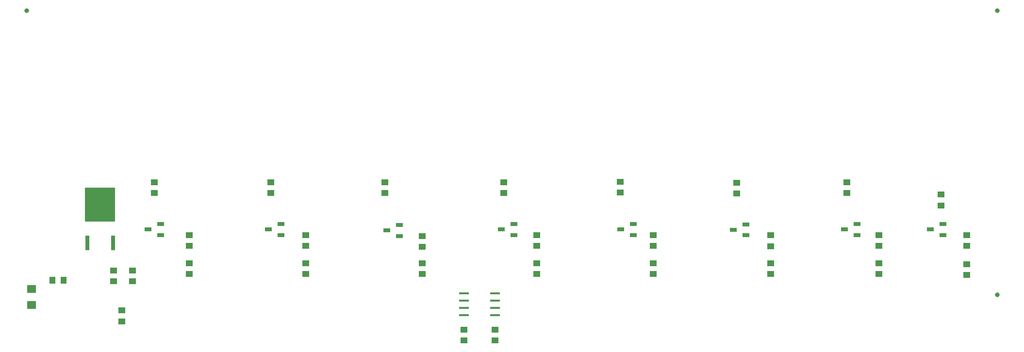
<source format=gbr>
G04 DipTrace 3.0.0.1*
G04 TopPaste.gbr*
%MOIN*%
G04 #@! TF.FileFunction,Paste,Top*
G04 #@! TF.Part,Single*
%ADD87C,0.031496*%
%ADD89R,0.070866X0.015748*%
%ADD91R,0.047244X0.031496*%
%ADD104R,0.062992X0.055118*%
%ADD109R,0.051181X0.043307*%
%ADD111R,0.043307X0.051181*%
%ADD115R,0.21063X0.234252*%
%ADD117R,0.031496X0.100394*%
%FSLAX26Y26*%
G04*
G70*
G90*
G75*
G01*
G04 TopPaste*
%LPD*%
D117*
X920571Y1150886D3*
X1100098D3*
D115*
X1010335Y1414665D3*
D111*
X683071Y896505D3*
X757874D3*
D109*
X1158071Y687450D3*
Y612647D3*
X1233072Y962450D3*
Y887647D3*
X1101822Y962450D3*
Y887647D3*
D104*
X539215Y724846D3*
Y835083D3*
D109*
X1620571Y1206201D3*
Y1131398D3*
X2420570Y1206201D3*
Y1131398D3*
X3220571Y1199951D3*
Y1125148D3*
X4008068Y1206201D3*
Y1131398D3*
X4808571Y1206201D3*
Y1131398D3*
X5614357Y1204201D3*
Y1129398D3*
X6358084Y1206201D3*
Y1131398D3*
X6961070Y1206201D3*
Y1131398D3*
X3508071Y481201D3*
Y556004D3*
X3720669Y481299D3*
Y556102D3*
X1381833Y1568701D3*
Y1493898D3*
X1620571Y937450D3*
Y1012253D3*
X2181833Y1568701D3*
Y1493898D3*
X2420571Y937451D3*
Y1012255D3*
X2964071Y1568701D3*
Y1493898D3*
X3220571Y937451D3*
Y1012255D3*
X3781831Y1568701D3*
Y1493898D3*
X4007970Y937550D3*
Y1012353D3*
X4581820Y1571950D3*
Y1497147D3*
X4808472Y937550D3*
Y1012353D3*
X5381883Y1566701D3*
Y1491898D3*
X5614358Y937451D3*
Y1012255D3*
X6138096Y1568701D3*
Y1493898D3*
X6358165Y937451D3*
Y1012255D3*
X6785031Y1483951D3*
Y1409148D3*
X6961071Y931201D3*
Y1006004D3*
D91*
X1426822Y1206199D3*
X1340207Y1243601D3*
X1426822Y1281003D3*
X2251820Y1206199D3*
X2165206Y1243601D3*
X2251820Y1281003D3*
X3064320Y1199950D3*
X2977706Y1237352D3*
X3064320Y1274753D3*
X3851819Y1206201D3*
X3765205Y1243602D3*
X3851819Y1281004D3*
X4671071Y1206201D3*
X4584457Y1243602D3*
X4671071Y1281004D3*
X5445608Y1204201D3*
X5358993Y1241602D3*
X5445608Y1279004D3*
X6208083Y1206201D3*
X6121469Y1243602D3*
X6208083Y1281004D3*
X6798570Y1206201D3*
X6711955Y1243602D3*
X6798570Y1281004D3*
D89*
X3508071Y806201D3*
Y756201D3*
Y706201D3*
Y656201D3*
X3720669D3*
Y706201D3*
Y756201D3*
Y806201D3*
D87*
X7171916Y795276D3*
X505249Y2748031D3*
X7171958Y2748058D3*
M02*

</source>
